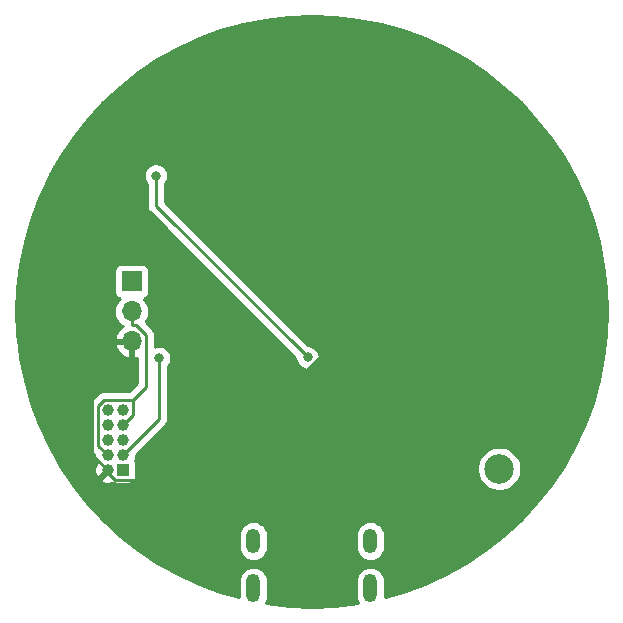
<source format=gbl>
G04 #@! TF.GenerationSoftware,KiCad,Pcbnew,(5.1.0)-1*
G04 #@! TF.CreationDate,2019-04-02T16:52:52+02:00*
G04 #@! TF.ProjectId,FrogINT_PCBProto_V1811062154,46726f67-494e-4545-9f50-434250726f74,rev?*
G04 #@! TF.SameCoordinates,Original*
G04 #@! TF.FileFunction,Copper,L2,Bot*
G04 #@! TF.FilePolarity,Positive*
%FSLAX46Y46*%
G04 Gerber Fmt 4.6, Leading zero omitted, Abs format (unit mm)*
G04 Created by KiCad (PCBNEW (5.1.0)-1) date 2019-04-02 16:52:52*
%MOMM*%
%LPD*%
G04 APERTURE LIST*
%ADD10O,1.200000X2.400000*%
%ADD11O,1.200000X2.100000*%
%ADD12O,1.700000X1.700000*%
%ADD13R,1.700000X1.700000*%
%ADD14C,1.000000*%
%ADD15R,1.000000X1.000000*%
%ADD16C,2.500000*%
%ADD17C,0.800000*%
%ADD18C,0.250000*%
%ADD19C,0.254000*%
G04 APERTURE END LIST*
D10*
X153450000Y-128450000D03*
X143550000Y-128450000D03*
D11*
X143550000Y-124450000D03*
X153450000Y-124450000D03*
D12*
X133260000Y-107540000D03*
X133260000Y-105000000D03*
D13*
X133260000Y-102460000D03*
D14*
X131228000Y-113382000D03*
X132498000Y-113382000D03*
X131228000Y-114652000D03*
X132498000Y-114652000D03*
X131228000Y-115922000D03*
X132498000Y-115922000D03*
X131228000Y-117192000D03*
X132498000Y-117192000D03*
X131228000Y-118462000D03*
D15*
X132498000Y-118462000D03*
D16*
X164375000Y-118335000D03*
D17*
X149751600Y-106655000D03*
X135563500Y-108970700D03*
X135298600Y-93504000D03*
X148159800Y-108904500D03*
D18*
X149751600Y-106655000D02*
X149751600Y-108343500D01*
X149751600Y-108343500D02*
X138807700Y-119287400D01*
X138807700Y-119287400D02*
X131863000Y-119287400D01*
X131863000Y-119287400D02*
X131228000Y-118652400D01*
X131228000Y-118652400D02*
X131228000Y-118462000D01*
X131228000Y-118462000D02*
X129932600Y-117166600D01*
X129932600Y-117166600D02*
X129932600Y-112042700D01*
X129932600Y-112042700D02*
X133260000Y-108715300D01*
X133260000Y-107540000D02*
X133260000Y-108715300D01*
X133353000Y-112500600D02*
X130909200Y-112500600D01*
X130909200Y-112500600D02*
X130402500Y-113007300D01*
X130402500Y-113007300D02*
X130402500Y-116366500D01*
X130402500Y-116366500D02*
X131228000Y-117192000D01*
X133260000Y-106175300D02*
X133627300Y-106175300D01*
X133627300Y-106175300D02*
X134452200Y-107000200D01*
X134452200Y-107000200D02*
X134452200Y-111401400D01*
X134452200Y-111401400D02*
X133353000Y-112500600D01*
X133353000Y-112500600D02*
X133353000Y-113797000D01*
X133353000Y-113797000D02*
X132498000Y-114652000D01*
X133260000Y-105000000D02*
X133260000Y-106175300D01*
X135563500Y-108970700D02*
X135563500Y-114126500D01*
X135563500Y-114126500D02*
X132498000Y-117192000D01*
X135298600Y-93504000D02*
X135298600Y-96043300D01*
X135298600Y-96043300D02*
X148159800Y-108904500D01*
D19*
G36*
X150461912Y-80071544D02*
G01*
X152411728Y-80302320D01*
X154337427Y-80685365D01*
X156227137Y-81218318D01*
X158069206Y-81897893D01*
X159852278Y-82719901D01*
X161565359Y-83679272D01*
X163197888Y-84770093D01*
X164739799Y-85985638D01*
X166181587Y-87318413D01*
X167514362Y-88760201D01*
X168729907Y-90302112D01*
X169820728Y-91934641D01*
X170780099Y-93647722D01*
X171602107Y-95430794D01*
X172281682Y-97272863D01*
X172814635Y-99162573D01*
X173197680Y-101088272D01*
X173428456Y-103038088D01*
X173505540Y-105000000D01*
X173428456Y-106961912D01*
X173197680Y-108911728D01*
X172814635Y-110837427D01*
X172281682Y-112727137D01*
X171602107Y-114569206D01*
X170780099Y-116352278D01*
X169820728Y-118065359D01*
X168729907Y-119697888D01*
X167514362Y-121239799D01*
X166181587Y-122681587D01*
X164739799Y-124014362D01*
X163197888Y-125229907D01*
X161565359Y-126320728D01*
X159852278Y-127280099D01*
X158069206Y-128102107D01*
X156227137Y-128781682D01*
X154674267Y-129219636D01*
X154685000Y-129110665D01*
X154685000Y-127789335D01*
X154667130Y-127607898D01*
X154596511Y-127375099D01*
X154481833Y-127160551D01*
X154327502Y-126972498D01*
X154139448Y-126818167D01*
X153924900Y-126703489D01*
X153692101Y-126632870D01*
X153450000Y-126609025D01*
X153207898Y-126632870D01*
X152975099Y-126703489D01*
X152760551Y-126818167D01*
X152572498Y-126972498D01*
X152418167Y-127160552D01*
X152303489Y-127375100D01*
X152232870Y-127607899D01*
X152215000Y-127789336D01*
X152215000Y-129110665D01*
X152232870Y-129292102D01*
X152303489Y-129524901D01*
X152396787Y-129699448D01*
X150461912Y-129928456D01*
X148500000Y-130005540D01*
X146538088Y-129928456D01*
X144603214Y-129699448D01*
X144696511Y-129524901D01*
X144767130Y-129292102D01*
X144785000Y-129110665D01*
X144785000Y-127789335D01*
X144767130Y-127607898D01*
X144696511Y-127375099D01*
X144581833Y-127160551D01*
X144427502Y-126972498D01*
X144239448Y-126818167D01*
X144024900Y-126703489D01*
X143792101Y-126632870D01*
X143550000Y-126609025D01*
X143307898Y-126632870D01*
X143075099Y-126703489D01*
X142860551Y-126818167D01*
X142672498Y-126972498D01*
X142518167Y-127160552D01*
X142403489Y-127375100D01*
X142332870Y-127607899D01*
X142315000Y-127789336D01*
X142315000Y-129110665D01*
X142325733Y-129219636D01*
X140772863Y-128781682D01*
X138930794Y-128102107D01*
X137147722Y-127280099D01*
X135434641Y-126320728D01*
X133802112Y-125229907D01*
X132260201Y-124014362D01*
X132179039Y-123939336D01*
X142315000Y-123939336D01*
X142315000Y-124960665D01*
X142332870Y-125142102D01*
X142403489Y-125374901D01*
X142518168Y-125589449D01*
X142672499Y-125777502D01*
X142860552Y-125931833D01*
X143075100Y-126046511D01*
X143307899Y-126117130D01*
X143550000Y-126140975D01*
X143792102Y-126117130D01*
X144024901Y-126046511D01*
X144239449Y-125931833D01*
X144427502Y-125777502D01*
X144581833Y-125589449D01*
X144696511Y-125374901D01*
X144767130Y-125142102D01*
X144785000Y-124960664D01*
X144785000Y-123939336D01*
X152215000Y-123939336D01*
X152215000Y-124960665D01*
X152232870Y-125142102D01*
X152303489Y-125374901D01*
X152418168Y-125589449D01*
X152572499Y-125777502D01*
X152760552Y-125931833D01*
X152975100Y-126046511D01*
X153207899Y-126117130D01*
X153450000Y-126140975D01*
X153692102Y-126117130D01*
X153924901Y-126046511D01*
X154139449Y-125931833D01*
X154327502Y-125777502D01*
X154481833Y-125589449D01*
X154596511Y-125374901D01*
X154667130Y-125142102D01*
X154685000Y-124960664D01*
X154685000Y-123939335D01*
X154667130Y-123757898D01*
X154596511Y-123525099D01*
X154481833Y-123310551D01*
X154327502Y-123122498D01*
X154139448Y-122968167D01*
X153924900Y-122853489D01*
X153692101Y-122782870D01*
X153450000Y-122759025D01*
X153207898Y-122782870D01*
X152975099Y-122853489D01*
X152760551Y-122968167D01*
X152572498Y-123122498D01*
X152418167Y-123310552D01*
X152303489Y-123525100D01*
X152232870Y-123757899D01*
X152215000Y-123939336D01*
X144785000Y-123939336D01*
X144785000Y-123939335D01*
X144767130Y-123757898D01*
X144696511Y-123525099D01*
X144581833Y-123310551D01*
X144427502Y-123122498D01*
X144239448Y-122968167D01*
X144024900Y-122853489D01*
X143792101Y-122782870D01*
X143550000Y-122759025D01*
X143307898Y-122782870D01*
X143075099Y-122853489D01*
X142860551Y-122968167D01*
X142672498Y-123122498D01*
X142518167Y-123310552D01*
X142403489Y-123525100D01*
X142332870Y-123757899D01*
X142315000Y-123939336D01*
X132179039Y-123939336D01*
X130818413Y-122681587D01*
X129485638Y-121239799D01*
X128270093Y-119697888D01*
X127179272Y-118065359D01*
X126219901Y-116352278D01*
X125397893Y-114569206D01*
X124821676Y-113007300D01*
X129638824Y-113007300D01*
X129642500Y-113044623D01*
X129642501Y-116329168D01*
X129638824Y-116366500D01*
X129653498Y-116515485D01*
X129696954Y-116658746D01*
X129767526Y-116790776D01*
X129825103Y-116860933D01*
X129862500Y-116906501D01*
X129891498Y-116930299D01*
X130093000Y-117131801D01*
X130093000Y-117303788D01*
X130136617Y-117523067D01*
X130222176Y-117729624D01*
X130325280Y-117883930D01*
X130236412Y-117898550D01*
X130145542Y-118102826D01*
X130096269Y-118320905D01*
X130090489Y-118544406D01*
X130128423Y-118764740D01*
X130208613Y-118973440D01*
X130236412Y-119025450D01*
X130449834Y-119060561D01*
X131048395Y-118462000D01*
X131034253Y-118447858D01*
X131155110Y-118327000D01*
X131300890Y-118327000D01*
X131359928Y-118386038D01*
X131359928Y-118537962D01*
X131242143Y-118655748D01*
X131228000Y-118641605D01*
X130629439Y-119240166D01*
X130664550Y-119453588D01*
X130868826Y-119544458D01*
X131086905Y-119593731D01*
X131310406Y-119599511D01*
X131530740Y-119561577D01*
X131671491Y-119507495D01*
X131753820Y-119551502D01*
X131873518Y-119587812D01*
X131998000Y-119600072D01*
X132998000Y-119600072D01*
X133122482Y-119587812D01*
X133242180Y-119551502D01*
X133352494Y-119492537D01*
X133449185Y-119413185D01*
X133528537Y-119316494D01*
X133587502Y-119206180D01*
X133623812Y-119086482D01*
X133636072Y-118962000D01*
X133636072Y-118149344D01*
X162490000Y-118149344D01*
X162490000Y-118520656D01*
X162562439Y-118884834D01*
X162704534Y-119227882D01*
X162910825Y-119536618D01*
X163173382Y-119799175D01*
X163482118Y-120005466D01*
X163825166Y-120147561D01*
X164189344Y-120220000D01*
X164560656Y-120220000D01*
X164924834Y-120147561D01*
X165267882Y-120005466D01*
X165576618Y-119799175D01*
X165839175Y-119536618D01*
X166045466Y-119227882D01*
X166187561Y-118884834D01*
X166260000Y-118520656D01*
X166260000Y-118149344D01*
X166187561Y-117785166D01*
X166045466Y-117442118D01*
X165839175Y-117133382D01*
X165576618Y-116870825D01*
X165267882Y-116664534D01*
X164924834Y-116522439D01*
X164560656Y-116450000D01*
X164189344Y-116450000D01*
X163825166Y-116522439D01*
X163482118Y-116664534D01*
X163173382Y-116870825D01*
X162910825Y-117133382D01*
X162704534Y-117442118D01*
X162562439Y-117785166D01*
X162490000Y-118149344D01*
X133636072Y-118149344D01*
X133636072Y-117962000D01*
X133623812Y-117837518D01*
X133587502Y-117717820D01*
X133543112Y-117634774D01*
X133589383Y-117523067D01*
X133633000Y-117303788D01*
X133633000Y-117131801D01*
X136074503Y-114690299D01*
X136103501Y-114666501D01*
X136198474Y-114550776D01*
X136269046Y-114418747D01*
X136312503Y-114275486D01*
X136323500Y-114163833D01*
X136323500Y-114163825D01*
X136327176Y-114126500D01*
X136323500Y-114089175D01*
X136323500Y-109674411D01*
X136367437Y-109630474D01*
X136480705Y-109460956D01*
X136558726Y-109272598D01*
X136598500Y-109072639D01*
X136598500Y-108868761D01*
X136558726Y-108668802D01*
X136480705Y-108480444D01*
X136367437Y-108310926D01*
X136223274Y-108166763D01*
X136053756Y-108053495D01*
X135865398Y-107975474D01*
X135665439Y-107935700D01*
X135461561Y-107935700D01*
X135261602Y-107975474D01*
X135212200Y-107995937D01*
X135212200Y-107037525D01*
X135215876Y-107000200D01*
X135212200Y-106962875D01*
X135212200Y-106962867D01*
X135201203Y-106851214D01*
X135157746Y-106707953D01*
X135087174Y-106575924D01*
X134992201Y-106460199D01*
X134963204Y-106436402D01*
X134435396Y-105908595D01*
X134500706Y-105829014D01*
X134638599Y-105571034D01*
X134723513Y-105291111D01*
X134752185Y-105000000D01*
X134723513Y-104708889D01*
X134638599Y-104428966D01*
X134500706Y-104170986D01*
X134315134Y-103944866D01*
X134285313Y-103920393D01*
X134354180Y-103899502D01*
X134464494Y-103840537D01*
X134561185Y-103761185D01*
X134640537Y-103664494D01*
X134699502Y-103554180D01*
X134735812Y-103434482D01*
X134748072Y-103310000D01*
X134748072Y-101610000D01*
X134735812Y-101485518D01*
X134699502Y-101365820D01*
X134640537Y-101255506D01*
X134561185Y-101158815D01*
X134464494Y-101079463D01*
X134354180Y-101020498D01*
X134234482Y-100984188D01*
X134110000Y-100971928D01*
X132410000Y-100971928D01*
X132285518Y-100984188D01*
X132165820Y-101020498D01*
X132055506Y-101079463D01*
X131958815Y-101158815D01*
X131879463Y-101255506D01*
X131820498Y-101365820D01*
X131784188Y-101485518D01*
X131771928Y-101610000D01*
X131771928Y-103310000D01*
X131784188Y-103434482D01*
X131820498Y-103554180D01*
X131879463Y-103664494D01*
X131958815Y-103761185D01*
X132055506Y-103840537D01*
X132165820Y-103899502D01*
X132234687Y-103920393D01*
X132204866Y-103944866D01*
X132019294Y-104170986D01*
X131881401Y-104428966D01*
X131796487Y-104708889D01*
X131767815Y-105000000D01*
X131796487Y-105291111D01*
X131881401Y-105571034D01*
X132019294Y-105829014D01*
X132204866Y-106055134D01*
X132430986Y-106240706D01*
X132495523Y-106275201D01*
X132378645Y-106344822D01*
X132162412Y-106539731D01*
X131988359Y-106773080D01*
X131863175Y-107035901D01*
X131818524Y-107183110D01*
X131939845Y-107413000D01*
X133133000Y-107413000D01*
X133133000Y-107393000D01*
X133387000Y-107393000D01*
X133387000Y-107413000D01*
X133407000Y-107413000D01*
X133407000Y-107667000D01*
X133387000Y-107667000D01*
X133387000Y-108860814D01*
X133616891Y-108981481D01*
X133692200Y-108954767D01*
X133692201Y-111086597D01*
X133038199Y-111740600D01*
X130946522Y-111740600D01*
X130909199Y-111736924D01*
X130871877Y-111740600D01*
X130871867Y-111740600D01*
X130760214Y-111751597D01*
X130616953Y-111795054D01*
X130484923Y-111865626D01*
X130442346Y-111900569D01*
X130369199Y-111960599D01*
X130345396Y-111989603D01*
X129891503Y-112443496D01*
X129862499Y-112467299D01*
X129807371Y-112534474D01*
X129767526Y-112583024D01*
X129756403Y-112603834D01*
X129696954Y-112715054D01*
X129653497Y-112858315D01*
X129642500Y-112969968D01*
X129642500Y-112969978D01*
X129638824Y-113007300D01*
X124821676Y-113007300D01*
X124718318Y-112727137D01*
X124185365Y-110837427D01*
X123802320Y-108911728D01*
X123682206Y-107896890D01*
X131818524Y-107896890D01*
X131863175Y-108044099D01*
X131988359Y-108306920D01*
X132162412Y-108540269D01*
X132378645Y-108735178D01*
X132628748Y-108884157D01*
X132903109Y-108981481D01*
X133133000Y-108860814D01*
X133133000Y-107667000D01*
X131939845Y-107667000D01*
X131818524Y-107896890D01*
X123682206Y-107896890D01*
X123571544Y-106961912D01*
X123494460Y-105000000D01*
X123571544Y-103038088D01*
X123802320Y-101088272D01*
X124185365Y-99162573D01*
X124718318Y-97272863D01*
X125397893Y-95430794D01*
X126219901Y-93647722D01*
X126357477Y-93402061D01*
X134263600Y-93402061D01*
X134263600Y-93605939D01*
X134303374Y-93805898D01*
X134381395Y-93994256D01*
X134494663Y-94163774D01*
X134538600Y-94207711D01*
X134538601Y-96005968D01*
X134534924Y-96043300D01*
X134549598Y-96192285D01*
X134593054Y-96335546D01*
X134663626Y-96467576D01*
X134734801Y-96554302D01*
X134758600Y-96583301D01*
X134787598Y-96607099D01*
X147124800Y-108944303D01*
X147124800Y-109006439D01*
X147164574Y-109206398D01*
X147242595Y-109394756D01*
X147355863Y-109564274D01*
X147500026Y-109708437D01*
X147669544Y-109821705D01*
X147857902Y-109899726D01*
X148057861Y-109939500D01*
X148261739Y-109939500D01*
X148461698Y-109899726D01*
X148650056Y-109821705D01*
X148819574Y-109708437D01*
X148963737Y-109564274D01*
X149077005Y-109394756D01*
X149155026Y-109206398D01*
X149194800Y-109006439D01*
X149194800Y-108802561D01*
X149155026Y-108602602D01*
X149077005Y-108414244D01*
X148963737Y-108244726D01*
X148819574Y-108100563D01*
X148650056Y-107987295D01*
X148461698Y-107909274D01*
X148261739Y-107869500D01*
X148199603Y-107869500D01*
X136058600Y-95728499D01*
X136058600Y-94207711D01*
X136102537Y-94163774D01*
X136215805Y-93994256D01*
X136293826Y-93805898D01*
X136333600Y-93605939D01*
X136333600Y-93402061D01*
X136293826Y-93202102D01*
X136215805Y-93013744D01*
X136102537Y-92844226D01*
X135958374Y-92700063D01*
X135788856Y-92586795D01*
X135600498Y-92508774D01*
X135400539Y-92469000D01*
X135196661Y-92469000D01*
X134996702Y-92508774D01*
X134808344Y-92586795D01*
X134638826Y-92700063D01*
X134494663Y-92844226D01*
X134381395Y-93013744D01*
X134303374Y-93202102D01*
X134263600Y-93402061D01*
X126357477Y-93402061D01*
X127179272Y-91934641D01*
X128270093Y-90302112D01*
X129485638Y-88760201D01*
X130818413Y-87318413D01*
X132260201Y-85985638D01*
X133802112Y-84770093D01*
X135434641Y-83679272D01*
X137147722Y-82719901D01*
X138930794Y-81897893D01*
X140772863Y-81218318D01*
X142662573Y-80685365D01*
X144588272Y-80302320D01*
X146538088Y-80071544D01*
X148500000Y-79994460D01*
X150461912Y-80071544D01*
X150461912Y-80071544D01*
G37*
X150461912Y-80071544D02*
X152411728Y-80302320D01*
X154337427Y-80685365D01*
X156227137Y-81218318D01*
X158069206Y-81897893D01*
X159852278Y-82719901D01*
X161565359Y-83679272D01*
X163197888Y-84770093D01*
X164739799Y-85985638D01*
X166181587Y-87318413D01*
X167514362Y-88760201D01*
X168729907Y-90302112D01*
X169820728Y-91934641D01*
X170780099Y-93647722D01*
X171602107Y-95430794D01*
X172281682Y-97272863D01*
X172814635Y-99162573D01*
X173197680Y-101088272D01*
X173428456Y-103038088D01*
X173505540Y-105000000D01*
X173428456Y-106961912D01*
X173197680Y-108911728D01*
X172814635Y-110837427D01*
X172281682Y-112727137D01*
X171602107Y-114569206D01*
X170780099Y-116352278D01*
X169820728Y-118065359D01*
X168729907Y-119697888D01*
X167514362Y-121239799D01*
X166181587Y-122681587D01*
X164739799Y-124014362D01*
X163197888Y-125229907D01*
X161565359Y-126320728D01*
X159852278Y-127280099D01*
X158069206Y-128102107D01*
X156227137Y-128781682D01*
X154674267Y-129219636D01*
X154685000Y-129110665D01*
X154685000Y-127789335D01*
X154667130Y-127607898D01*
X154596511Y-127375099D01*
X154481833Y-127160551D01*
X154327502Y-126972498D01*
X154139448Y-126818167D01*
X153924900Y-126703489D01*
X153692101Y-126632870D01*
X153450000Y-126609025D01*
X153207898Y-126632870D01*
X152975099Y-126703489D01*
X152760551Y-126818167D01*
X152572498Y-126972498D01*
X152418167Y-127160552D01*
X152303489Y-127375100D01*
X152232870Y-127607899D01*
X152215000Y-127789336D01*
X152215000Y-129110665D01*
X152232870Y-129292102D01*
X152303489Y-129524901D01*
X152396787Y-129699448D01*
X150461912Y-129928456D01*
X148500000Y-130005540D01*
X146538088Y-129928456D01*
X144603214Y-129699448D01*
X144696511Y-129524901D01*
X144767130Y-129292102D01*
X144785000Y-129110665D01*
X144785000Y-127789335D01*
X144767130Y-127607898D01*
X144696511Y-127375099D01*
X144581833Y-127160551D01*
X144427502Y-126972498D01*
X144239448Y-126818167D01*
X144024900Y-126703489D01*
X143792101Y-126632870D01*
X143550000Y-126609025D01*
X143307898Y-126632870D01*
X143075099Y-126703489D01*
X142860551Y-126818167D01*
X142672498Y-126972498D01*
X142518167Y-127160552D01*
X142403489Y-127375100D01*
X142332870Y-127607899D01*
X142315000Y-127789336D01*
X142315000Y-129110665D01*
X142325733Y-129219636D01*
X140772863Y-128781682D01*
X138930794Y-128102107D01*
X137147722Y-127280099D01*
X135434641Y-126320728D01*
X133802112Y-125229907D01*
X132260201Y-124014362D01*
X132179039Y-123939336D01*
X142315000Y-123939336D01*
X142315000Y-124960665D01*
X142332870Y-125142102D01*
X142403489Y-125374901D01*
X142518168Y-125589449D01*
X142672499Y-125777502D01*
X142860552Y-125931833D01*
X143075100Y-126046511D01*
X143307899Y-126117130D01*
X143550000Y-126140975D01*
X143792102Y-126117130D01*
X144024901Y-126046511D01*
X144239449Y-125931833D01*
X144427502Y-125777502D01*
X144581833Y-125589449D01*
X144696511Y-125374901D01*
X144767130Y-125142102D01*
X144785000Y-124960664D01*
X144785000Y-123939336D01*
X152215000Y-123939336D01*
X152215000Y-124960665D01*
X152232870Y-125142102D01*
X152303489Y-125374901D01*
X152418168Y-125589449D01*
X152572499Y-125777502D01*
X152760552Y-125931833D01*
X152975100Y-126046511D01*
X153207899Y-126117130D01*
X153450000Y-126140975D01*
X153692102Y-126117130D01*
X153924901Y-126046511D01*
X154139449Y-125931833D01*
X154327502Y-125777502D01*
X154481833Y-125589449D01*
X154596511Y-125374901D01*
X154667130Y-125142102D01*
X154685000Y-124960664D01*
X154685000Y-123939335D01*
X154667130Y-123757898D01*
X154596511Y-123525099D01*
X154481833Y-123310551D01*
X154327502Y-123122498D01*
X154139448Y-122968167D01*
X153924900Y-122853489D01*
X153692101Y-122782870D01*
X153450000Y-122759025D01*
X153207898Y-122782870D01*
X152975099Y-122853489D01*
X152760551Y-122968167D01*
X152572498Y-123122498D01*
X152418167Y-123310552D01*
X152303489Y-123525100D01*
X152232870Y-123757899D01*
X152215000Y-123939336D01*
X144785000Y-123939336D01*
X144785000Y-123939335D01*
X144767130Y-123757898D01*
X144696511Y-123525099D01*
X144581833Y-123310551D01*
X144427502Y-123122498D01*
X144239448Y-122968167D01*
X144024900Y-122853489D01*
X143792101Y-122782870D01*
X143550000Y-122759025D01*
X143307898Y-122782870D01*
X143075099Y-122853489D01*
X142860551Y-122968167D01*
X142672498Y-123122498D01*
X142518167Y-123310552D01*
X142403489Y-123525100D01*
X142332870Y-123757899D01*
X142315000Y-123939336D01*
X132179039Y-123939336D01*
X130818413Y-122681587D01*
X129485638Y-121239799D01*
X128270093Y-119697888D01*
X127179272Y-118065359D01*
X126219901Y-116352278D01*
X125397893Y-114569206D01*
X124821676Y-113007300D01*
X129638824Y-113007300D01*
X129642500Y-113044623D01*
X129642501Y-116329168D01*
X129638824Y-116366500D01*
X129653498Y-116515485D01*
X129696954Y-116658746D01*
X129767526Y-116790776D01*
X129825103Y-116860933D01*
X129862500Y-116906501D01*
X129891498Y-116930299D01*
X130093000Y-117131801D01*
X130093000Y-117303788D01*
X130136617Y-117523067D01*
X130222176Y-117729624D01*
X130325280Y-117883930D01*
X130236412Y-117898550D01*
X130145542Y-118102826D01*
X130096269Y-118320905D01*
X130090489Y-118544406D01*
X130128423Y-118764740D01*
X130208613Y-118973440D01*
X130236412Y-119025450D01*
X130449834Y-119060561D01*
X131048395Y-118462000D01*
X131034253Y-118447858D01*
X131155110Y-118327000D01*
X131300890Y-118327000D01*
X131359928Y-118386038D01*
X131359928Y-118537962D01*
X131242143Y-118655748D01*
X131228000Y-118641605D01*
X130629439Y-119240166D01*
X130664550Y-119453588D01*
X130868826Y-119544458D01*
X131086905Y-119593731D01*
X131310406Y-119599511D01*
X131530740Y-119561577D01*
X131671491Y-119507495D01*
X131753820Y-119551502D01*
X131873518Y-119587812D01*
X131998000Y-119600072D01*
X132998000Y-119600072D01*
X133122482Y-119587812D01*
X133242180Y-119551502D01*
X133352494Y-119492537D01*
X133449185Y-119413185D01*
X133528537Y-119316494D01*
X133587502Y-119206180D01*
X133623812Y-119086482D01*
X133636072Y-118962000D01*
X133636072Y-118149344D01*
X162490000Y-118149344D01*
X162490000Y-118520656D01*
X162562439Y-118884834D01*
X162704534Y-119227882D01*
X162910825Y-119536618D01*
X163173382Y-119799175D01*
X163482118Y-120005466D01*
X163825166Y-120147561D01*
X164189344Y-120220000D01*
X164560656Y-120220000D01*
X164924834Y-120147561D01*
X165267882Y-120005466D01*
X165576618Y-119799175D01*
X165839175Y-119536618D01*
X166045466Y-119227882D01*
X166187561Y-118884834D01*
X166260000Y-118520656D01*
X166260000Y-118149344D01*
X166187561Y-117785166D01*
X166045466Y-117442118D01*
X165839175Y-117133382D01*
X165576618Y-116870825D01*
X165267882Y-116664534D01*
X164924834Y-116522439D01*
X164560656Y-116450000D01*
X164189344Y-116450000D01*
X163825166Y-116522439D01*
X163482118Y-116664534D01*
X163173382Y-116870825D01*
X162910825Y-117133382D01*
X162704534Y-117442118D01*
X162562439Y-117785166D01*
X162490000Y-118149344D01*
X133636072Y-118149344D01*
X133636072Y-117962000D01*
X133623812Y-117837518D01*
X133587502Y-117717820D01*
X133543112Y-117634774D01*
X133589383Y-117523067D01*
X133633000Y-117303788D01*
X133633000Y-117131801D01*
X136074503Y-114690299D01*
X136103501Y-114666501D01*
X136198474Y-114550776D01*
X136269046Y-114418747D01*
X136312503Y-114275486D01*
X136323500Y-114163833D01*
X136323500Y-114163825D01*
X136327176Y-114126500D01*
X136323500Y-114089175D01*
X136323500Y-109674411D01*
X136367437Y-109630474D01*
X136480705Y-109460956D01*
X136558726Y-109272598D01*
X136598500Y-109072639D01*
X136598500Y-108868761D01*
X136558726Y-108668802D01*
X136480705Y-108480444D01*
X136367437Y-108310926D01*
X136223274Y-108166763D01*
X136053756Y-108053495D01*
X135865398Y-107975474D01*
X135665439Y-107935700D01*
X135461561Y-107935700D01*
X135261602Y-107975474D01*
X135212200Y-107995937D01*
X135212200Y-107037525D01*
X135215876Y-107000200D01*
X135212200Y-106962875D01*
X135212200Y-106962867D01*
X135201203Y-106851214D01*
X135157746Y-106707953D01*
X135087174Y-106575924D01*
X134992201Y-106460199D01*
X134963204Y-106436402D01*
X134435396Y-105908595D01*
X134500706Y-105829014D01*
X134638599Y-105571034D01*
X134723513Y-105291111D01*
X134752185Y-105000000D01*
X134723513Y-104708889D01*
X134638599Y-104428966D01*
X134500706Y-104170986D01*
X134315134Y-103944866D01*
X134285313Y-103920393D01*
X134354180Y-103899502D01*
X134464494Y-103840537D01*
X134561185Y-103761185D01*
X134640537Y-103664494D01*
X134699502Y-103554180D01*
X134735812Y-103434482D01*
X134748072Y-103310000D01*
X134748072Y-101610000D01*
X134735812Y-101485518D01*
X134699502Y-101365820D01*
X134640537Y-101255506D01*
X134561185Y-101158815D01*
X134464494Y-101079463D01*
X134354180Y-101020498D01*
X134234482Y-100984188D01*
X134110000Y-100971928D01*
X132410000Y-100971928D01*
X132285518Y-100984188D01*
X132165820Y-101020498D01*
X132055506Y-101079463D01*
X131958815Y-101158815D01*
X131879463Y-101255506D01*
X131820498Y-101365820D01*
X131784188Y-101485518D01*
X131771928Y-101610000D01*
X131771928Y-103310000D01*
X131784188Y-103434482D01*
X131820498Y-103554180D01*
X131879463Y-103664494D01*
X131958815Y-103761185D01*
X132055506Y-103840537D01*
X132165820Y-103899502D01*
X132234687Y-103920393D01*
X132204866Y-103944866D01*
X132019294Y-104170986D01*
X131881401Y-104428966D01*
X131796487Y-104708889D01*
X131767815Y-105000000D01*
X131796487Y-105291111D01*
X131881401Y-105571034D01*
X132019294Y-105829014D01*
X132204866Y-106055134D01*
X132430986Y-106240706D01*
X132495523Y-106275201D01*
X132378645Y-106344822D01*
X132162412Y-106539731D01*
X131988359Y-106773080D01*
X131863175Y-107035901D01*
X131818524Y-107183110D01*
X131939845Y-107413000D01*
X133133000Y-107413000D01*
X133133000Y-107393000D01*
X133387000Y-107393000D01*
X133387000Y-107413000D01*
X133407000Y-107413000D01*
X133407000Y-107667000D01*
X133387000Y-107667000D01*
X133387000Y-108860814D01*
X133616891Y-108981481D01*
X133692200Y-108954767D01*
X133692201Y-111086597D01*
X133038199Y-111740600D01*
X130946522Y-111740600D01*
X130909199Y-111736924D01*
X130871877Y-111740600D01*
X130871867Y-111740600D01*
X130760214Y-111751597D01*
X130616953Y-111795054D01*
X130484923Y-111865626D01*
X130442346Y-111900569D01*
X130369199Y-111960599D01*
X130345396Y-111989603D01*
X129891503Y-112443496D01*
X129862499Y-112467299D01*
X129807371Y-112534474D01*
X129767526Y-112583024D01*
X129756403Y-112603834D01*
X129696954Y-112715054D01*
X129653497Y-112858315D01*
X129642500Y-112969968D01*
X129642500Y-112969978D01*
X129638824Y-113007300D01*
X124821676Y-113007300D01*
X124718318Y-112727137D01*
X124185365Y-110837427D01*
X123802320Y-108911728D01*
X123682206Y-107896890D01*
X131818524Y-107896890D01*
X131863175Y-108044099D01*
X131988359Y-108306920D01*
X132162412Y-108540269D01*
X132378645Y-108735178D01*
X132628748Y-108884157D01*
X132903109Y-108981481D01*
X133133000Y-108860814D01*
X133133000Y-107667000D01*
X131939845Y-107667000D01*
X131818524Y-107896890D01*
X123682206Y-107896890D01*
X123571544Y-106961912D01*
X123494460Y-105000000D01*
X123571544Y-103038088D01*
X123802320Y-101088272D01*
X124185365Y-99162573D01*
X124718318Y-97272863D01*
X125397893Y-95430794D01*
X126219901Y-93647722D01*
X126357477Y-93402061D01*
X134263600Y-93402061D01*
X134263600Y-93605939D01*
X134303374Y-93805898D01*
X134381395Y-93994256D01*
X134494663Y-94163774D01*
X134538600Y-94207711D01*
X134538601Y-96005968D01*
X134534924Y-96043300D01*
X134549598Y-96192285D01*
X134593054Y-96335546D01*
X134663626Y-96467576D01*
X134734801Y-96554302D01*
X134758600Y-96583301D01*
X134787598Y-96607099D01*
X147124800Y-108944303D01*
X147124800Y-109006439D01*
X147164574Y-109206398D01*
X147242595Y-109394756D01*
X147355863Y-109564274D01*
X147500026Y-109708437D01*
X147669544Y-109821705D01*
X147857902Y-109899726D01*
X148057861Y-109939500D01*
X148261739Y-109939500D01*
X148461698Y-109899726D01*
X148650056Y-109821705D01*
X148819574Y-109708437D01*
X148963737Y-109564274D01*
X149077005Y-109394756D01*
X149155026Y-109206398D01*
X149194800Y-109006439D01*
X149194800Y-108802561D01*
X149155026Y-108602602D01*
X149077005Y-108414244D01*
X148963737Y-108244726D01*
X148819574Y-108100563D01*
X148650056Y-107987295D01*
X148461698Y-107909274D01*
X148261739Y-107869500D01*
X148199603Y-107869500D01*
X136058600Y-95728499D01*
X136058600Y-94207711D01*
X136102537Y-94163774D01*
X136215805Y-93994256D01*
X136293826Y-93805898D01*
X136333600Y-93605939D01*
X136333600Y-93402061D01*
X136293826Y-93202102D01*
X136215805Y-93013744D01*
X136102537Y-92844226D01*
X135958374Y-92700063D01*
X135788856Y-92586795D01*
X135600498Y-92508774D01*
X135400539Y-92469000D01*
X135196661Y-92469000D01*
X134996702Y-92508774D01*
X134808344Y-92586795D01*
X134638826Y-92700063D01*
X134494663Y-92844226D01*
X134381395Y-93013744D01*
X134303374Y-93202102D01*
X134263600Y-93402061D01*
X126357477Y-93402061D01*
X127179272Y-91934641D01*
X128270093Y-90302112D01*
X129485638Y-88760201D01*
X130818413Y-87318413D01*
X132260201Y-85985638D01*
X133802112Y-84770093D01*
X135434641Y-83679272D01*
X137147722Y-82719901D01*
X138930794Y-81897893D01*
X140772863Y-81218318D01*
X142662573Y-80685365D01*
X144588272Y-80302320D01*
X146538088Y-80071544D01*
X148500000Y-79994460D01*
X150461912Y-80071544D01*
G36*
X131363000Y-113309110D02*
G01*
X131363000Y-113454890D01*
X131300890Y-113517000D01*
X131162500Y-113517000D01*
X131162500Y-113322101D01*
X131224001Y-113260600D01*
X131314490Y-113260600D01*
X131363000Y-113309110D01*
X131363000Y-113309110D01*
G37*
X131363000Y-113309110D02*
X131363000Y-113454890D01*
X131300890Y-113517000D01*
X131162500Y-113517000D01*
X131162500Y-113322101D01*
X131224001Y-113260600D01*
X131314490Y-113260600D01*
X131363000Y-113309110D01*
M02*

</source>
